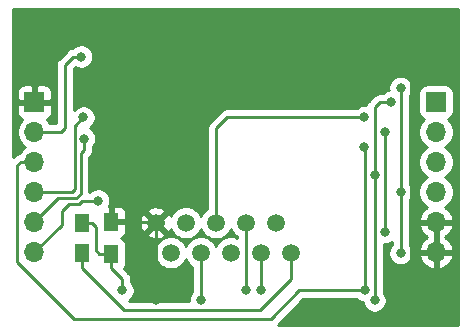
<source format=gbl>
G04 #@! TF.GenerationSoftware,KiCad,Pcbnew,(5.1.6)-1*
G04 #@! TF.CreationDate,2020-10-13T20:46:18+02:00*
G04 #@! TF.ProjectId,MRF89XAM8A_Breakout,4d524638-3958-4414-9d38-415f42726561,rev?*
G04 #@! TF.SameCoordinates,PX4db9760PY4fa1be0*
G04 #@! TF.FileFunction,Copper,L2,Bot*
G04 #@! TF.FilePolarity,Positive*
%FSLAX46Y46*%
G04 Gerber Fmt 4.6, Leading zero omitted, Abs format (unit mm)*
G04 Created by KiCad (PCBNEW (5.1.6)-1) date 2020-10-13 20:46:18*
%MOMM*%
%LPD*%
G01*
G04 APERTURE LIST*
G04 #@! TA.AperFunction,SMDPad,CuDef*
%ADD10R,1.300000X1.500000*%
G04 #@! TD*
G04 #@! TA.AperFunction,SMDPad,CuDef*
%ADD11R,1.250000X1.500000*%
G04 #@! TD*
G04 #@! TA.AperFunction,ComponentPad*
%ADD12C,1.500000*%
G04 #@! TD*
G04 #@! TA.AperFunction,ComponentPad*
%ADD13R,1.700000X1.700000*%
G04 #@! TD*
G04 #@! TA.AperFunction,ComponentPad*
%ADD14O,1.700000X1.700000*%
G04 #@! TD*
G04 #@! TA.AperFunction,ViaPad*
%ADD15C,0.800000*%
G04 #@! TD*
G04 #@! TA.AperFunction,Conductor*
%ADD16C,0.250000*%
G04 #@! TD*
G04 #@! TA.AperFunction,Conductor*
%ADD17C,0.254000*%
G04 #@! TD*
G04 APERTURE END LIST*
D10*
X9000000Y-18650000D03*
X9000000Y-21350000D03*
D11*
X6500000Y-21250000D03*
X6500000Y-18750000D03*
D12*
X14055000Y-21270000D03*
X12785000Y-18730000D03*
X16595000Y-21270000D03*
X15325000Y-18730000D03*
X17865000Y-18730000D03*
X19135000Y-21270000D03*
X20405000Y-18730000D03*
X21675000Y-21270000D03*
X22945000Y-18730000D03*
X24215000Y-21270000D03*
D13*
X2500000Y-8500000D03*
D14*
X2500000Y-11040000D03*
X2500000Y-13580000D03*
X2500000Y-16120000D03*
X2500000Y-18660000D03*
X2500000Y-21200000D03*
D13*
X36500000Y-8500000D03*
D14*
X36500000Y-11040000D03*
X36500000Y-13580000D03*
X36500000Y-16120000D03*
X36500000Y-18660000D03*
X36500000Y-21200000D03*
D15*
X20400000Y-24450000D03*
X9950000Y-24450000D03*
X6450000Y-4650000D03*
X33500000Y-7300000D03*
X33500000Y-21300000D03*
X33500000Y-16100000D03*
X34400000Y-4700000D03*
X12750000Y-25300000D03*
X6450000Y-2150000D03*
X34400000Y-26100000D03*
X32150000Y-11050000D03*
X32150000Y-19500000D03*
X21650000Y-24450000D03*
X30450000Y-24450000D03*
X30440000Y-12310000D03*
X6652000Y-9798000D03*
X30430000Y-9770000D03*
X7900000Y-16850000D03*
X31300000Y-14700000D03*
X16600000Y-25300000D03*
X31300000Y-25300000D03*
X32700000Y-8500000D03*
X6675000Y-11600000D03*
D16*
X20400000Y-18735000D02*
X20405000Y-18730000D01*
X20400000Y-24450000D02*
X20400000Y-18735000D01*
X9000000Y-21350000D02*
X9000000Y-22550000D01*
X9950000Y-23500000D02*
X9950000Y-24450000D01*
X9000000Y-22550000D02*
X9950000Y-23500000D01*
X6500000Y-18750000D02*
X7400000Y-18750000D01*
X7400000Y-18750000D02*
X7700000Y-19050000D01*
X7700000Y-19050000D02*
X7700000Y-21050000D01*
X8000000Y-21350000D02*
X9000000Y-21350000D01*
X7700000Y-21050000D02*
X8000000Y-21350000D01*
X2500000Y-11040000D02*
X4710000Y-11040000D01*
X4710000Y-11040000D02*
X5050000Y-10700000D01*
X5050000Y-10700000D02*
X5050000Y-5400000D01*
X5050000Y-5400000D02*
X5800000Y-4650000D01*
X5800000Y-4650000D02*
X6450000Y-4650000D01*
X24215000Y-23485000D02*
X24215000Y-21270000D01*
X21600000Y-26100000D02*
X24215000Y-23485000D01*
X6500000Y-22550000D02*
X10050000Y-26100000D01*
X10050000Y-26100000D02*
X21600000Y-26100000D01*
X6500000Y-21250000D02*
X6500000Y-22550000D01*
X33500000Y-7300000D02*
X33500000Y-16100000D01*
X33500000Y-16100000D02*
X33500000Y-21300000D01*
X12750000Y-18765000D02*
X12785000Y-18730000D01*
X12750000Y-25300000D02*
X12750000Y-18765000D01*
X12705000Y-18650000D02*
X12785000Y-18730000D01*
X9000000Y-18650000D02*
X12705000Y-18650000D01*
X36500000Y-21200000D02*
X34400000Y-21200000D01*
X34400000Y-21200000D02*
X34400000Y-26100000D01*
X34460000Y-18660000D02*
X34400000Y-18600000D01*
X34400000Y-4700000D02*
X34400000Y-18600000D01*
X36500000Y-18660000D02*
X34460000Y-18660000D01*
X34400000Y-18600000D02*
X34400000Y-21200000D01*
X32150000Y-11050000D02*
X32150000Y-19500000D01*
X21675000Y-21270000D02*
X21675000Y-24425000D01*
X21675000Y-24425000D02*
X21650000Y-24450000D01*
X30450000Y-24450000D02*
X30450000Y-12320000D01*
X30450000Y-12320000D02*
X30440000Y-12310000D01*
X2500000Y-13580000D02*
X1320000Y-13580000D01*
X24900000Y-24450000D02*
X30450000Y-24450000D01*
X1320000Y-13580000D02*
X1050000Y-13850000D01*
X1050000Y-22050000D02*
X5850000Y-26850000D01*
X1050000Y-13850000D02*
X1050000Y-22050000D01*
X22500000Y-26850000D02*
X24900000Y-24450000D01*
X5850000Y-26850000D02*
X22500000Y-26850000D01*
X2500000Y-16120000D02*
X5680000Y-16120000D01*
X5680000Y-16120000D02*
X5950000Y-15850000D01*
X5950000Y-15850000D02*
X5950000Y-10500000D01*
X5950000Y-10500000D02*
X6652000Y-9798000D01*
X17865000Y-10735000D02*
X17865000Y-18730000D01*
X18800000Y-9800000D02*
X17865000Y-10735000D01*
X18830000Y-9770000D02*
X18800000Y-9800000D01*
X30430000Y-9770000D02*
X18830000Y-9770000D01*
X2500000Y-21200000D02*
X4800000Y-18900000D01*
X4800000Y-17700000D02*
X5399990Y-17100010D01*
X4800000Y-18900000D02*
X4800000Y-17700000D01*
X5399990Y-17100010D02*
X6236401Y-17100009D01*
X6236401Y-17100009D02*
X6486410Y-16850000D01*
X6486410Y-16850000D02*
X7900000Y-16850000D01*
X16600000Y-21275000D02*
X16595000Y-21270000D01*
X16595000Y-21270000D02*
X16595000Y-25295000D01*
X16595000Y-25295000D02*
X16600000Y-25300000D01*
X31300000Y-25300000D02*
X31300000Y-14700000D01*
X31300000Y-14700000D02*
X31300000Y-8950000D01*
X31750000Y-8500000D02*
X32700000Y-8500000D01*
X31300000Y-8950000D02*
X31750000Y-8500000D01*
X2500000Y-18660000D02*
X4510000Y-16650000D01*
X4510000Y-16650000D02*
X6050000Y-16650000D01*
X6050000Y-16650000D02*
X6400000Y-16300000D01*
X6400000Y-16300000D02*
X6400000Y-16036410D01*
X6400000Y-16036410D02*
X6400000Y-12850000D01*
X6400000Y-12850000D02*
X6675000Y-12575000D01*
X6675000Y-12575000D02*
X6675000Y-11600000D01*
D17*
G36*
X38340000Y-27340000D02*
G01*
X23084801Y-27340000D01*
X25214802Y-25210000D01*
X29746289Y-25210000D01*
X29790226Y-25253937D01*
X29959744Y-25367205D01*
X30148102Y-25445226D01*
X30278781Y-25471219D01*
X30304774Y-25601898D01*
X30382795Y-25790256D01*
X30496063Y-25959774D01*
X30640226Y-26103937D01*
X30809744Y-26217205D01*
X30998102Y-26295226D01*
X31198061Y-26335000D01*
X31401939Y-26335000D01*
X31601898Y-26295226D01*
X31790256Y-26217205D01*
X31959774Y-26103937D01*
X32103937Y-25959774D01*
X32217205Y-25790256D01*
X32295226Y-25601898D01*
X32335000Y-25401939D01*
X32335000Y-25198061D01*
X32295226Y-24998102D01*
X32217205Y-24809744D01*
X32103937Y-24640226D01*
X32060000Y-24596289D01*
X32060000Y-20535000D01*
X32251939Y-20535000D01*
X32451898Y-20495226D01*
X32640256Y-20417205D01*
X32740001Y-20350558D01*
X32740001Y-20596288D01*
X32696063Y-20640226D01*
X32582795Y-20809744D01*
X32504774Y-20998102D01*
X32465000Y-21198061D01*
X32465000Y-21401939D01*
X32504774Y-21601898D01*
X32582795Y-21790256D01*
X32696063Y-21959774D01*
X32840226Y-22103937D01*
X33009744Y-22217205D01*
X33198102Y-22295226D01*
X33398061Y-22335000D01*
X33601939Y-22335000D01*
X33801898Y-22295226D01*
X33990256Y-22217205D01*
X34159774Y-22103937D01*
X34303937Y-21959774D01*
X34417205Y-21790256D01*
X34495226Y-21601898D01*
X34504178Y-21556890D01*
X35058524Y-21556890D01*
X35103175Y-21704099D01*
X35228359Y-21966920D01*
X35402412Y-22200269D01*
X35618645Y-22395178D01*
X35868748Y-22544157D01*
X36143109Y-22641481D01*
X36373000Y-22520814D01*
X36373000Y-21327000D01*
X36627000Y-21327000D01*
X36627000Y-22520814D01*
X36856891Y-22641481D01*
X37131252Y-22544157D01*
X37381355Y-22395178D01*
X37597588Y-22200269D01*
X37771641Y-21966920D01*
X37896825Y-21704099D01*
X37941476Y-21556890D01*
X37820155Y-21327000D01*
X36627000Y-21327000D01*
X36373000Y-21327000D01*
X35179845Y-21327000D01*
X35058524Y-21556890D01*
X34504178Y-21556890D01*
X34535000Y-21401939D01*
X34535000Y-21198061D01*
X34495226Y-20998102D01*
X34417205Y-20809744D01*
X34303937Y-20640226D01*
X34260000Y-20596289D01*
X34260000Y-19016890D01*
X35058524Y-19016890D01*
X35103175Y-19164099D01*
X35228359Y-19426920D01*
X35402412Y-19660269D01*
X35618645Y-19855178D01*
X35744255Y-19930000D01*
X35618645Y-20004822D01*
X35402412Y-20199731D01*
X35228359Y-20433080D01*
X35103175Y-20695901D01*
X35058524Y-20843110D01*
X35179845Y-21073000D01*
X36373000Y-21073000D01*
X36373000Y-18787000D01*
X36627000Y-18787000D01*
X36627000Y-21073000D01*
X37820155Y-21073000D01*
X37941476Y-20843110D01*
X37896825Y-20695901D01*
X37771641Y-20433080D01*
X37597588Y-20199731D01*
X37381355Y-20004822D01*
X37255745Y-19930000D01*
X37381355Y-19855178D01*
X37597588Y-19660269D01*
X37771641Y-19426920D01*
X37896825Y-19164099D01*
X37941476Y-19016890D01*
X37820155Y-18787000D01*
X36627000Y-18787000D01*
X36373000Y-18787000D01*
X35179845Y-18787000D01*
X35058524Y-19016890D01*
X34260000Y-19016890D01*
X34260000Y-16803711D01*
X34303937Y-16759774D01*
X34417205Y-16590256D01*
X34495226Y-16401898D01*
X34535000Y-16201939D01*
X34535000Y-15998061D01*
X34495226Y-15798102D01*
X34417205Y-15609744D01*
X34303937Y-15440226D01*
X34260000Y-15396289D01*
X34260000Y-8003711D01*
X34303937Y-7959774D01*
X34417205Y-7790256D01*
X34475301Y-7650000D01*
X35011928Y-7650000D01*
X35011928Y-9350000D01*
X35024188Y-9474482D01*
X35060498Y-9594180D01*
X35119463Y-9704494D01*
X35198815Y-9801185D01*
X35295506Y-9880537D01*
X35405820Y-9939502D01*
X35478380Y-9961513D01*
X35346525Y-10093368D01*
X35184010Y-10336589D01*
X35072068Y-10606842D01*
X35015000Y-10893740D01*
X35015000Y-11186260D01*
X35072068Y-11473158D01*
X35184010Y-11743411D01*
X35346525Y-11986632D01*
X35553368Y-12193475D01*
X35727760Y-12310000D01*
X35553368Y-12426525D01*
X35346525Y-12633368D01*
X35184010Y-12876589D01*
X35072068Y-13146842D01*
X35015000Y-13433740D01*
X35015000Y-13726260D01*
X35072068Y-14013158D01*
X35184010Y-14283411D01*
X35346525Y-14526632D01*
X35553368Y-14733475D01*
X35727760Y-14850000D01*
X35553368Y-14966525D01*
X35346525Y-15173368D01*
X35184010Y-15416589D01*
X35072068Y-15686842D01*
X35015000Y-15973740D01*
X35015000Y-16266260D01*
X35072068Y-16553158D01*
X35184010Y-16823411D01*
X35346525Y-17066632D01*
X35553368Y-17273475D01*
X35735534Y-17395195D01*
X35618645Y-17464822D01*
X35402412Y-17659731D01*
X35228359Y-17893080D01*
X35103175Y-18155901D01*
X35058524Y-18303110D01*
X35179845Y-18533000D01*
X36373000Y-18533000D01*
X36373000Y-18513000D01*
X36627000Y-18513000D01*
X36627000Y-18533000D01*
X37820155Y-18533000D01*
X37941476Y-18303110D01*
X37896825Y-18155901D01*
X37771641Y-17893080D01*
X37597588Y-17659731D01*
X37381355Y-17464822D01*
X37264466Y-17395195D01*
X37446632Y-17273475D01*
X37653475Y-17066632D01*
X37815990Y-16823411D01*
X37927932Y-16553158D01*
X37985000Y-16266260D01*
X37985000Y-15973740D01*
X37927932Y-15686842D01*
X37815990Y-15416589D01*
X37653475Y-15173368D01*
X37446632Y-14966525D01*
X37272240Y-14850000D01*
X37446632Y-14733475D01*
X37653475Y-14526632D01*
X37815990Y-14283411D01*
X37927932Y-14013158D01*
X37985000Y-13726260D01*
X37985000Y-13433740D01*
X37927932Y-13146842D01*
X37815990Y-12876589D01*
X37653475Y-12633368D01*
X37446632Y-12426525D01*
X37272240Y-12310000D01*
X37446632Y-12193475D01*
X37653475Y-11986632D01*
X37815990Y-11743411D01*
X37927932Y-11473158D01*
X37985000Y-11186260D01*
X37985000Y-10893740D01*
X37927932Y-10606842D01*
X37815990Y-10336589D01*
X37653475Y-10093368D01*
X37521620Y-9961513D01*
X37594180Y-9939502D01*
X37704494Y-9880537D01*
X37801185Y-9801185D01*
X37880537Y-9704494D01*
X37939502Y-9594180D01*
X37975812Y-9474482D01*
X37988072Y-9350000D01*
X37988072Y-7650000D01*
X37975812Y-7525518D01*
X37939502Y-7405820D01*
X37880537Y-7295506D01*
X37801185Y-7198815D01*
X37704494Y-7119463D01*
X37594180Y-7060498D01*
X37474482Y-7024188D01*
X37350000Y-7011928D01*
X35650000Y-7011928D01*
X35525518Y-7024188D01*
X35405820Y-7060498D01*
X35295506Y-7119463D01*
X35198815Y-7198815D01*
X35119463Y-7295506D01*
X35060498Y-7405820D01*
X35024188Y-7525518D01*
X35011928Y-7650000D01*
X34475301Y-7650000D01*
X34495226Y-7601898D01*
X34535000Y-7401939D01*
X34535000Y-7198061D01*
X34495226Y-6998102D01*
X34417205Y-6809744D01*
X34303937Y-6640226D01*
X34159774Y-6496063D01*
X33990256Y-6382795D01*
X33801898Y-6304774D01*
X33601939Y-6265000D01*
X33398061Y-6265000D01*
X33198102Y-6304774D01*
X33009744Y-6382795D01*
X32840226Y-6496063D01*
X32696063Y-6640226D01*
X32582795Y-6809744D01*
X32504774Y-6998102D01*
X32465000Y-7198061D01*
X32465000Y-7401939D01*
X32482130Y-7488060D01*
X32398102Y-7504774D01*
X32209744Y-7582795D01*
X32040226Y-7696063D01*
X31996289Y-7740000D01*
X31787322Y-7740000D01*
X31749999Y-7736324D01*
X31712676Y-7740000D01*
X31712667Y-7740000D01*
X31601014Y-7750997D01*
X31471592Y-7790256D01*
X31457753Y-7794454D01*
X31325723Y-7865026D01*
X31283146Y-7899969D01*
X31209999Y-7959999D01*
X31186196Y-7989003D01*
X30788998Y-8386201D01*
X30760000Y-8409999D01*
X30736202Y-8438997D01*
X30736201Y-8438998D01*
X30665026Y-8525724D01*
X30594454Y-8657754D01*
X30571023Y-8735000D01*
X30568799Y-8742332D01*
X30531939Y-8735000D01*
X30328061Y-8735000D01*
X30128102Y-8774774D01*
X29939744Y-8852795D01*
X29770226Y-8966063D01*
X29726289Y-9010000D01*
X18867322Y-9010000D01*
X18829999Y-9006324D01*
X18792677Y-9010000D01*
X18792667Y-9010000D01*
X18681014Y-9020997D01*
X18537753Y-9064454D01*
X18405724Y-9135026D01*
X18289999Y-9229999D01*
X18266201Y-9258997D01*
X17354002Y-10171196D01*
X17324999Y-10194999D01*
X17271444Y-10260256D01*
X17230026Y-10310724D01*
X17208490Y-10351015D01*
X17159454Y-10442754D01*
X17115997Y-10586015D01*
X17105000Y-10697668D01*
X17105000Y-10697678D01*
X17101324Y-10735000D01*
X17105000Y-10772322D01*
X17105001Y-17572090D01*
X16982114Y-17654201D01*
X16789201Y-17847114D01*
X16637629Y-18073957D01*
X16595000Y-18176873D01*
X16552371Y-18073957D01*
X16400799Y-17847114D01*
X16207886Y-17654201D01*
X15981043Y-17502629D01*
X15728989Y-17398225D01*
X15461411Y-17345000D01*
X15188589Y-17345000D01*
X14921011Y-17398225D01*
X14668957Y-17502629D01*
X14442114Y-17654201D01*
X14249201Y-17847114D01*
X14097629Y-18073957D01*
X14056489Y-18173279D01*
X14041277Y-18131168D01*
X13980860Y-18018137D01*
X13741993Y-17952612D01*
X12964605Y-18730000D01*
X13741993Y-19507388D01*
X13980860Y-19441863D01*
X14055164Y-19283523D01*
X14097629Y-19386043D01*
X14249201Y-19612886D01*
X14442114Y-19805799D01*
X14668957Y-19957371D01*
X14921011Y-20061775D01*
X15188589Y-20115000D01*
X15461411Y-20115000D01*
X15728989Y-20061775D01*
X15981043Y-19957371D01*
X16207886Y-19805799D01*
X16400799Y-19612886D01*
X16552371Y-19386043D01*
X16595000Y-19283127D01*
X16637629Y-19386043D01*
X16789201Y-19612886D01*
X16982114Y-19805799D01*
X17208957Y-19957371D01*
X17461011Y-20061775D01*
X17728589Y-20115000D01*
X18001411Y-20115000D01*
X18268989Y-20061775D01*
X18521043Y-19957371D01*
X18747886Y-19805799D01*
X18940799Y-19612886D01*
X19092371Y-19386043D01*
X19135000Y-19283127D01*
X19177629Y-19386043D01*
X19329201Y-19612886D01*
X19522114Y-19805799D01*
X19640001Y-19884569D01*
X19640001Y-19980065D01*
X19538989Y-19938225D01*
X19271411Y-19885000D01*
X18998589Y-19885000D01*
X18731011Y-19938225D01*
X18478957Y-20042629D01*
X18252114Y-20194201D01*
X18059201Y-20387114D01*
X17907629Y-20613957D01*
X17865000Y-20716873D01*
X17822371Y-20613957D01*
X17670799Y-20387114D01*
X17477886Y-20194201D01*
X17251043Y-20042629D01*
X16998989Y-19938225D01*
X16731411Y-19885000D01*
X16458589Y-19885000D01*
X16191011Y-19938225D01*
X15938957Y-20042629D01*
X15712114Y-20194201D01*
X15519201Y-20387114D01*
X15367629Y-20613957D01*
X15325000Y-20716873D01*
X15282371Y-20613957D01*
X15130799Y-20387114D01*
X14937886Y-20194201D01*
X14711043Y-20042629D01*
X14458989Y-19938225D01*
X14191411Y-19885000D01*
X13918589Y-19885000D01*
X13651011Y-19938225D01*
X13398957Y-20042629D01*
X13172114Y-20194201D01*
X12979201Y-20387114D01*
X12827629Y-20613957D01*
X12723225Y-20866011D01*
X12670000Y-21133589D01*
X12670000Y-21406411D01*
X12723225Y-21673989D01*
X12827629Y-21926043D01*
X12979201Y-22152886D01*
X13172114Y-22345799D01*
X13398957Y-22497371D01*
X13651011Y-22601775D01*
X13918589Y-22655000D01*
X14191411Y-22655000D01*
X14458989Y-22601775D01*
X14711043Y-22497371D01*
X14937886Y-22345799D01*
X15130799Y-22152886D01*
X15282371Y-21926043D01*
X15325000Y-21823127D01*
X15367629Y-21926043D01*
X15519201Y-22152886D01*
X15712114Y-22345799D01*
X15835000Y-22427909D01*
X15835001Y-24601288D01*
X15796063Y-24640226D01*
X15682795Y-24809744D01*
X15604774Y-24998102D01*
X15565000Y-25198061D01*
X15565000Y-25340000D01*
X10480971Y-25340000D01*
X10609774Y-25253937D01*
X10753937Y-25109774D01*
X10867205Y-24940256D01*
X10945226Y-24751898D01*
X10985000Y-24551939D01*
X10985000Y-24348061D01*
X10945226Y-24148102D01*
X10867205Y-23959744D01*
X10753937Y-23790226D01*
X10710000Y-23746289D01*
X10710000Y-23537323D01*
X10713676Y-23500000D01*
X10710000Y-23462677D01*
X10710000Y-23462667D01*
X10699003Y-23351014D01*
X10655546Y-23207753D01*
X10643370Y-23184974D01*
X10584974Y-23075723D01*
X10513799Y-22988997D01*
X10490001Y-22959999D01*
X10461004Y-22936202D01*
X10087345Y-22562543D01*
X10101185Y-22551185D01*
X10180537Y-22454494D01*
X10239502Y-22344180D01*
X10275812Y-22224482D01*
X10288072Y-22100000D01*
X10288072Y-20600000D01*
X10275812Y-20475518D01*
X10239502Y-20355820D01*
X10180537Y-20245506D01*
X10101185Y-20148815D01*
X10004494Y-20069463D01*
X9894180Y-20010498D01*
X9859573Y-20000000D01*
X9894180Y-19989502D01*
X10004494Y-19930537D01*
X10101185Y-19851185D01*
X10180537Y-19754494D01*
X10216617Y-19686993D01*
X12007612Y-19686993D01*
X12073137Y-19925860D01*
X12320116Y-20041760D01*
X12584960Y-20107250D01*
X12857492Y-20119812D01*
X13127238Y-20078965D01*
X13383832Y-19986277D01*
X13496863Y-19925860D01*
X13562388Y-19686993D01*
X12785000Y-18909605D01*
X12007612Y-19686993D01*
X10216617Y-19686993D01*
X10239502Y-19644180D01*
X10275812Y-19524482D01*
X10288072Y-19400000D01*
X10285000Y-18935750D01*
X10151742Y-18802492D01*
X11395188Y-18802492D01*
X11436035Y-19072238D01*
X11528723Y-19328832D01*
X11589140Y-19441863D01*
X11828007Y-19507388D01*
X12605395Y-18730000D01*
X11828007Y-17952612D01*
X11589140Y-18018137D01*
X11473240Y-18265116D01*
X11407750Y-18529960D01*
X11395188Y-18802492D01*
X10151742Y-18802492D01*
X10126250Y-18777000D01*
X9127000Y-18777000D01*
X9127000Y-18797000D01*
X8873000Y-18797000D01*
X8873000Y-18777000D01*
X8853000Y-18777000D01*
X8853000Y-18523000D01*
X8873000Y-18523000D01*
X8873000Y-17423750D01*
X9127000Y-17423750D01*
X9127000Y-18523000D01*
X10126250Y-18523000D01*
X10285000Y-18364250D01*
X10288072Y-17900000D01*
X10275812Y-17775518D01*
X10275051Y-17773007D01*
X12007612Y-17773007D01*
X12785000Y-18550395D01*
X13562388Y-17773007D01*
X13496863Y-17534140D01*
X13249884Y-17418240D01*
X12985040Y-17352750D01*
X12712508Y-17340188D01*
X12442762Y-17381035D01*
X12186168Y-17473723D01*
X12073137Y-17534140D01*
X12007612Y-17773007D01*
X10275051Y-17773007D01*
X10239502Y-17655820D01*
X10180537Y-17545506D01*
X10101185Y-17448815D01*
X10004494Y-17369463D01*
X9894180Y-17310498D01*
X9774482Y-17274188D01*
X9650000Y-17261928D01*
X9285750Y-17265000D01*
X9127000Y-17423750D01*
X8873000Y-17423750D01*
X8806110Y-17356860D01*
X8817205Y-17340256D01*
X8895226Y-17151898D01*
X8935000Y-16951939D01*
X8935000Y-16748061D01*
X8895226Y-16548102D01*
X8817205Y-16359744D01*
X8703937Y-16190226D01*
X8559774Y-16046063D01*
X8390256Y-15932795D01*
X8201898Y-15854774D01*
X8001939Y-15815000D01*
X7798061Y-15815000D01*
X7598102Y-15854774D01*
X7409744Y-15932795D01*
X7240226Y-16046063D01*
X7196289Y-16090000D01*
X7160000Y-16090000D01*
X7160000Y-13164801D01*
X7185998Y-13138803D01*
X7215001Y-13115001D01*
X7309974Y-12999276D01*
X7380546Y-12867247D01*
X7424003Y-12723986D01*
X7435000Y-12612333D01*
X7435000Y-12612325D01*
X7438676Y-12575000D01*
X7435000Y-12537675D01*
X7435000Y-12303711D01*
X7478937Y-12259774D01*
X7592205Y-12090256D01*
X7670226Y-11901898D01*
X7710000Y-11701939D01*
X7710000Y-11498061D01*
X7670226Y-11298102D01*
X7592205Y-11109744D01*
X7478937Y-10940226D01*
X7334774Y-10796063D01*
X7178009Y-10691316D01*
X7311774Y-10601937D01*
X7455937Y-10457774D01*
X7569205Y-10288256D01*
X7647226Y-10099898D01*
X7687000Y-9899939D01*
X7687000Y-9696061D01*
X7647226Y-9496102D01*
X7569205Y-9307744D01*
X7455937Y-9138226D01*
X7311774Y-8994063D01*
X7142256Y-8880795D01*
X6953898Y-8802774D01*
X6753939Y-8763000D01*
X6550061Y-8763000D01*
X6350102Y-8802774D01*
X6161744Y-8880795D01*
X5992226Y-8994063D01*
X5848063Y-9138226D01*
X5810000Y-9195191D01*
X5810000Y-5714801D01*
X5958457Y-5566345D01*
X5959744Y-5567205D01*
X6148102Y-5645226D01*
X6348061Y-5685000D01*
X6551939Y-5685000D01*
X6751898Y-5645226D01*
X6940256Y-5567205D01*
X7109774Y-5453937D01*
X7253937Y-5309774D01*
X7367205Y-5140256D01*
X7445226Y-4951898D01*
X7485000Y-4751939D01*
X7485000Y-4548061D01*
X7445226Y-4348102D01*
X7367205Y-4159744D01*
X7253937Y-3990226D01*
X7109774Y-3846063D01*
X6940256Y-3732795D01*
X6751898Y-3654774D01*
X6551939Y-3615000D01*
X6348061Y-3615000D01*
X6148102Y-3654774D01*
X5959744Y-3732795D01*
X5790226Y-3846063D01*
X5744500Y-3891789D01*
X5651014Y-3900997D01*
X5507753Y-3944454D01*
X5375724Y-4015026D01*
X5259999Y-4109999D01*
X5236201Y-4138998D01*
X4538998Y-4836201D01*
X4510000Y-4859999D01*
X4486202Y-4888997D01*
X4486201Y-4888998D01*
X4415026Y-4975724D01*
X4344454Y-5107754D01*
X4300998Y-5251015D01*
X4286324Y-5400000D01*
X4290001Y-5437332D01*
X4290000Y-10280000D01*
X3778178Y-10280000D01*
X3653475Y-10093368D01*
X3521620Y-9961513D01*
X3594180Y-9939502D01*
X3704494Y-9880537D01*
X3801185Y-9801185D01*
X3880537Y-9704494D01*
X3939502Y-9594180D01*
X3975812Y-9474482D01*
X3988072Y-9350000D01*
X3985000Y-8785750D01*
X3826250Y-8627000D01*
X2627000Y-8627000D01*
X2627000Y-8647000D01*
X2373000Y-8647000D01*
X2373000Y-8627000D01*
X1173750Y-8627000D01*
X1015000Y-8785750D01*
X1011928Y-9350000D01*
X1024188Y-9474482D01*
X1060498Y-9594180D01*
X1119463Y-9704494D01*
X1198815Y-9801185D01*
X1295506Y-9880537D01*
X1405820Y-9939502D01*
X1478380Y-9961513D01*
X1346525Y-10093368D01*
X1184010Y-10336589D01*
X1072068Y-10606842D01*
X1015000Y-10893740D01*
X1015000Y-11186260D01*
X1072068Y-11473158D01*
X1184010Y-11743411D01*
X1346525Y-11986632D01*
X1553368Y-12193475D01*
X1727760Y-12310000D01*
X1553368Y-12426525D01*
X1346525Y-12633368D01*
X1217535Y-12826415D01*
X1171014Y-12830997D01*
X1027753Y-12874454D01*
X895724Y-12945026D01*
X779999Y-13039999D01*
X756197Y-13069002D01*
X660000Y-13165199D01*
X660000Y-7650000D01*
X1011928Y-7650000D01*
X1015000Y-8214250D01*
X1173750Y-8373000D01*
X2373000Y-8373000D01*
X2373000Y-7173750D01*
X2627000Y-7173750D01*
X2627000Y-8373000D01*
X3826250Y-8373000D01*
X3985000Y-8214250D01*
X3988072Y-7650000D01*
X3975812Y-7525518D01*
X3939502Y-7405820D01*
X3880537Y-7295506D01*
X3801185Y-7198815D01*
X3704494Y-7119463D01*
X3594180Y-7060498D01*
X3474482Y-7024188D01*
X3350000Y-7011928D01*
X2785750Y-7015000D01*
X2627000Y-7173750D01*
X2373000Y-7173750D01*
X2214250Y-7015000D01*
X1650000Y-7011928D01*
X1525518Y-7024188D01*
X1405820Y-7060498D01*
X1295506Y-7119463D01*
X1198815Y-7198815D01*
X1119463Y-7295506D01*
X1060498Y-7405820D01*
X1024188Y-7525518D01*
X1011928Y-7650000D01*
X660000Y-7650000D01*
X660000Y-660000D01*
X38340001Y-660000D01*
X38340000Y-27340000D01*
G37*
X38340000Y-27340000D02*
X23084801Y-27340000D01*
X25214802Y-25210000D01*
X29746289Y-25210000D01*
X29790226Y-25253937D01*
X29959744Y-25367205D01*
X30148102Y-25445226D01*
X30278781Y-25471219D01*
X30304774Y-25601898D01*
X30382795Y-25790256D01*
X30496063Y-25959774D01*
X30640226Y-26103937D01*
X30809744Y-26217205D01*
X30998102Y-26295226D01*
X31198061Y-26335000D01*
X31401939Y-26335000D01*
X31601898Y-26295226D01*
X31790256Y-26217205D01*
X31959774Y-26103937D01*
X32103937Y-25959774D01*
X32217205Y-25790256D01*
X32295226Y-25601898D01*
X32335000Y-25401939D01*
X32335000Y-25198061D01*
X32295226Y-24998102D01*
X32217205Y-24809744D01*
X32103937Y-24640226D01*
X32060000Y-24596289D01*
X32060000Y-20535000D01*
X32251939Y-20535000D01*
X32451898Y-20495226D01*
X32640256Y-20417205D01*
X32740001Y-20350558D01*
X32740001Y-20596288D01*
X32696063Y-20640226D01*
X32582795Y-20809744D01*
X32504774Y-20998102D01*
X32465000Y-21198061D01*
X32465000Y-21401939D01*
X32504774Y-21601898D01*
X32582795Y-21790256D01*
X32696063Y-21959774D01*
X32840226Y-22103937D01*
X33009744Y-22217205D01*
X33198102Y-22295226D01*
X33398061Y-22335000D01*
X33601939Y-22335000D01*
X33801898Y-22295226D01*
X33990256Y-22217205D01*
X34159774Y-22103937D01*
X34303937Y-21959774D01*
X34417205Y-21790256D01*
X34495226Y-21601898D01*
X34504178Y-21556890D01*
X35058524Y-21556890D01*
X35103175Y-21704099D01*
X35228359Y-21966920D01*
X35402412Y-22200269D01*
X35618645Y-22395178D01*
X35868748Y-22544157D01*
X36143109Y-22641481D01*
X36373000Y-22520814D01*
X36373000Y-21327000D01*
X36627000Y-21327000D01*
X36627000Y-22520814D01*
X36856891Y-22641481D01*
X37131252Y-22544157D01*
X37381355Y-22395178D01*
X37597588Y-22200269D01*
X37771641Y-21966920D01*
X37896825Y-21704099D01*
X37941476Y-21556890D01*
X37820155Y-21327000D01*
X36627000Y-21327000D01*
X36373000Y-21327000D01*
X35179845Y-21327000D01*
X35058524Y-21556890D01*
X34504178Y-21556890D01*
X34535000Y-21401939D01*
X34535000Y-21198061D01*
X34495226Y-20998102D01*
X34417205Y-20809744D01*
X34303937Y-20640226D01*
X34260000Y-20596289D01*
X34260000Y-19016890D01*
X35058524Y-19016890D01*
X35103175Y-19164099D01*
X35228359Y-19426920D01*
X35402412Y-19660269D01*
X35618645Y-19855178D01*
X35744255Y-19930000D01*
X35618645Y-20004822D01*
X35402412Y-20199731D01*
X35228359Y-20433080D01*
X35103175Y-20695901D01*
X35058524Y-20843110D01*
X35179845Y-21073000D01*
X36373000Y-21073000D01*
X36373000Y-18787000D01*
X36627000Y-18787000D01*
X36627000Y-21073000D01*
X37820155Y-21073000D01*
X37941476Y-20843110D01*
X37896825Y-20695901D01*
X37771641Y-20433080D01*
X37597588Y-20199731D01*
X37381355Y-20004822D01*
X37255745Y-19930000D01*
X37381355Y-19855178D01*
X37597588Y-19660269D01*
X37771641Y-19426920D01*
X37896825Y-19164099D01*
X37941476Y-19016890D01*
X37820155Y-18787000D01*
X36627000Y-18787000D01*
X36373000Y-18787000D01*
X35179845Y-18787000D01*
X35058524Y-19016890D01*
X34260000Y-19016890D01*
X34260000Y-16803711D01*
X34303937Y-16759774D01*
X34417205Y-16590256D01*
X34495226Y-16401898D01*
X34535000Y-16201939D01*
X34535000Y-15998061D01*
X34495226Y-15798102D01*
X34417205Y-15609744D01*
X34303937Y-15440226D01*
X34260000Y-15396289D01*
X34260000Y-8003711D01*
X34303937Y-7959774D01*
X34417205Y-7790256D01*
X34475301Y-7650000D01*
X35011928Y-7650000D01*
X35011928Y-9350000D01*
X35024188Y-9474482D01*
X35060498Y-9594180D01*
X35119463Y-9704494D01*
X35198815Y-9801185D01*
X35295506Y-9880537D01*
X35405820Y-9939502D01*
X35478380Y-9961513D01*
X35346525Y-10093368D01*
X35184010Y-10336589D01*
X35072068Y-10606842D01*
X35015000Y-10893740D01*
X35015000Y-11186260D01*
X35072068Y-11473158D01*
X35184010Y-11743411D01*
X35346525Y-11986632D01*
X35553368Y-12193475D01*
X35727760Y-12310000D01*
X35553368Y-12426525D01*
X35346525Y-12633368D01*
X35184010Y-12876589D01*
X35072068Y-13146842D01*
X35015000Y-13433740D01*
X35015000Y-13726260D01*
X35072068Y-14013158D01*
X35184010Y-14283411D01*
X35346525Y-14526632D01*
X35553368Y-14733475D01*
X35727760Y-14850000D01*
X35553368Y-14966525D01*
X35346525Y-15173368D01*
X35184010Y-15416589D01*
X35072068Y-15686842D01*
X35015000Y-15973740D01*
X35015000Y-16266260D01*
X35072068Y-16553158D01*
X35184010Y-16823411D01*
X35346525Y-17066632D01*
X35553368Y-17273475D01*
X35735534Y-17395195D01*
X35618645Y-17464822D01*
X35402412Y-17659731D01*
X35228359Y-17893080D01*
X35103175Y-18155901D01*
X35058524Y-18303110D01*
X35179845Y-18533000D01*
X36373000Y-18533000D01*
X36373000Y-18513000D01*
X36627000Y-18513000D01*
X36627000Y-18533000D01*
X37820155Y-18533000D01*
X37941476Y-18303110D01*
X37896825Y-18155901D01*
X37771641Y-17893080D01*
X37597588Y-17659731D01*
X37381355Y-17464822D01*
X37264466Y-17395195D01*
X37446632Y-17273475D01*
X37653475Y-17066632D01*
X37815990Y-16823411D01*
X37927932Y-16553158D01*
X37985000Y-16266260D01*
X37985000Y-15973740D01*
X37927932Y-15686842D01*
X37815990Y-15416589D01*
X37653475Y-15173368D01*
X37446632Y-14966525D01*
X37272240Y-14850000D01*
X37446632Y-14733475D01*
X37653475Y-14526632D01*
X37815990Y-14283411D01*
X37927932Y-14013158D01*
X37985000Y-13726260D01*
X37985000Y-13433740D01*
X37927932Y-13146842D01*
X37815990Y-12876589D01*
X37653475Y-12633368D01*
X37446632Y-12426525D01*
X37272240Y-12310000D01*
X37446632Y-12193475D01*
X37653475Y-11986632D01*
X37815990Y-11743411D01*
X37927932Y-11473158D01*
X37985000Y-11186260D01*
X37985000Y-10893740D01*
X37927932Y-10606842D01*
X37815990Y-10336589D01*
X37653475Y-10093368D01*
X37521620Y-9961513D01*
X37594180Y-9939502D01*
X37704494Y-9880537D01*
X37801185Y-9801185D01*
X37880537Y-9704494D01*
X37939502Y-9594180D01*
X37975812Y-9474482D01*
X37988072Y-9350000D01*
X37988072Y-7650000D01*
X37975812Y-7525518D01*
X37939502Y-7405820D01*
X37880537Y-7295506D01*
X37801185Y-7198815D01*
X37704494Y-7119463D01*
X37594180Y-7060498D01*
X37474482Y-7024188D01*
X37350000Y-7011928D01*
X35650000Y-7011928D01*
X35525518Y-7024188D01*
X35405820Y-7060498D01*
X35295506Y-7119463D01*
X35198815Y-7198815D01*
X35119463Y-7295506D01*
X35060498Y-7405820D01*
X35024188Y-7525518D01*
X35011928Y-7650000D01*
X34475301Y-7650000D01*
X34495226Y-7601898D01*
X34535000Y-7401939D01*
X34535000Y-7198061D01*
X34495226Y-6998102D01*
X34417205Y-6809744D01*
X34303937Y-6640226D01*
X34159774Y-6496063D01*
X33990256Y-6382795D01*
X33801898Y-6304774D01*
X33601939Y-6265000D01*
X33398061Y-6265000D01*
X33198102Y-6304774D01*
X33009744Y-6382795D01*
X32840226Y-6496063D01*
X32696063Y-6640226D01*
X32582795Y-6809744D01*
X32504774Y-6998102D01*
X32465000Y-7198061D01*
X32465000Y-7401939D01*
X32482130Y-7488060D01*
X32398102Y-7504774D01*
X32209744Y-7582795D01*
X32040226Y-7696063D01*
X31996289Y-7740000D01*
X31787322Y-7740000D01*
X31749999Y-7736324D01*
X31712676Y-7740000D01*
X31712667Y-7740000D01*
X31601014Y-7750997D01*
X31471592Y-7790256D01*
X31457753Y-7794454D01*
X31325723Y-7865026D01*
X31283146Y-7899969D01*
X31209999Y-7959999D01*
X31186196Y-7989003D01*
X30788998Y-8386201D01*
X30760000Y-8409999D01*
X30736202Y-8438997D01*
X30736201Y-8438998D01*
X30665026Y-8525724D01*
X30594454Y-8657754D01*
X30571023Y-8735000D01*
X30568799Y-8742332D01*
X30531939Y-8735000D01*
X30328061Y-8735000D01*
X30128102Y-8774774D01*
X29939744Y-8852795D01*
X29770226Y-8966063D01*
X29726289Y-9010000D01*
X18867322Y-9010000D01*
X18829999Y-9006324D01*
X18792677Y-9010000D01*
X18792667Y-9010000D01*
X18681014Y-9020997D01*
X18537753Y-9064454D01*
X18405724Y-9135026D01*
X18289999Y-9229999D01*
X18266201Y-9258997D01*
X17354002Y-10171196D01*
X17324999Y-10194999D01*
X17271444Y-10260256D01*
X17230026Y-10310724D01*
X17208490Y-10351015D01*
X17159454Y-10442754D01*
X17115997Y-10586015D01*
X17105000Y-10697668D01*
X17105000Y-10697678D01*
X17101324Y-10735000D01*
X17105000Y-10772322D01*
X17105001Y-17572090D01*
X16982114Y-17654201D01*
X16789201Y-17847114D01*
X16637629Y-18073957D01*
X16595000Y-18176873D01*
X16552371Y-18073957D01*
X16400799Y-17847114D01*
X16207886Y-17654201D01*
X15981043Y-17502629D01*
X15728989Y-17398225D01*
X15461411Y-17345000D01*
X15188589Y-17345000D01*
X14921011Y-17398225D01*
X14668957Y-17502629D01*
X14442114Y-17654201D01*
X14249201Y-17847114D01*
X14097629Y-18073957D01*
X14056489Y-18173279D01*
X14041277Y-18131168D01*
X13980860Y-18018137D01*
X13741993Y-17952612D01*
X12964605Y-18730000D01*
X13741993Y-19507388D01*
X13980860Y-19441863D01*
X14055164Y-19283523D01*
X14097629Y-19386043D01*
X14249201Y-19612886D01*
X14442114Y-19805799D01*
X14668957Y-19957371D01*
X14921011Y-20061775D01*
X15188589Y-20115000D01*
X15461411Y-20115000D01*
X15728989Y-20061775D01*
X15981043Y-19957371D01*
X16207886Y-19805799D01*
X16400799Y-19612886D01*
X16552371Y-19386043D01*
X16595000Y-19283127D01*
X16637629Y-19386043D01*
X16789201Y-19612886D01*
X16982114Y-19805799D01*
X17208957Y-19957371D01*
X17461011Y-20061775D01*
X17728589Y-20115000D01*
X18001411Y-20115000D01*
X18268989Y-20061775D01*
X18521043Y-19957371D01*
X18747886Y-19805799D01*
X18940799Y-19612886D01*
X19092371Y-19386043D01*
X19135000Y-19283127D01*
X19177629Y-19386043D01*
X19329201Y-19612886D01*
X19522114Y-19805799D01*
X19640001Y-19884569D01*
X19640001Y-19980065D01*
X19538989Y-19938225D01*
X19271411Y-19885000D01*
X18998589Y-19885000D01*
X18731011Y-19938225D01*
X18478957Y-20042629D01*
X18252114Y-20194201D01*
X18059201Y-20387114D01*
X17907629Y-20613957D01*
X17865000Y-20716873D01*
X17822371Y-20613957D01*
X17670799Y-20387114D01*
X17477886Y-20194201D01*
X17251043Y-20042629D01*
X16998989Y-19938225D01*
X16731411Y-19885000D01*
X16458589Y-19885000D01*
X16191011Y-19938225D01*
X15938957Y-20042629D01*
X15712114Y-20194201D01*
X15519201Y-20387114D01*
X15367629Y-20613957D01*
X15325000Y-20716873D01*
X15282371Y-20613957D01*
X15130799Y-20387114D01*
X14937886Y-20194201D01*
X14711043Y-20042629D01*
X14458989Y-19938225D01*
X14191411Y-19885000D01*
X13918589Y-19885000D01*
X13651011Y-19938225D01*
X13398957Y-20042629D01*
X13172114Y-20194201D01*
X12979201Y-20387114D01*
X12827629Y-20613957D01*
X12723225Y-20866011D01*
X12670000Y-21133589D01*
X12670000Y-21406411D01*
X12723225Y-21673989D01*
X12827629Y-21926043D01*
X12979201Y-22152886D01*
X13172114Y-22345799D01*
X13398957Y-22497371D01*
X13651011Y-22601775D01*
X13918589Y-22655000D01*
X14191411Y-22655000D01*
X14458989Y-22601775D01*
X14711043Y-22497371D01*
X14937886Y-22345799D01*
X15130799Y-22152886D01*
X15282371Y-21926043D01*
X15325000Y-21823127D01*
X15367629Y-21926043D01*
X15519201Y-22152886D01*
X15712114Y-22345799D01*
X15835000Y-22427909D01*
X15835001Y-24601288D01*
X15796063Y-24640226D01*
X15682795Y-24809744D01*
X15604774Y-24998102D01*
X15565000Y-25198061D01*
X15565000Y-25340000D01*
X10480971Y-25340000D01*
X10609774Y-25253937D01*
X10753937Y-25109774D01*
X10867205Y-24940256D01*
X10945226Y-24751898D01*
X10985000Y-24551939D01*
X10985000Y-24348061D01*
X10945226Y-24148102D01*
X10867205Y-23959744D01*
X10753937Y-23790226D01*
X10710000Y-23746289D01*
X10710000Y-23537323D01*
X10713676Y-23500000D01*
X10710000Y-23462677D01*
X10710000Y-23462667D01*
X10699003Y-23351014D01*
X10655546Y-23207753D01*
X10643370Y-23184974D01*
X10584974Y-23075723D01*
X10513799Y-22988997D01*
X10490001Y-22959999D01*
X10461004Y-22936202D01*
X10087345Y-22562543D01*
X10101185Y-22551185D01*
X10180537Y-22454494D01*
X10239502Y-22344180D01*
X10275812Y-22224482D01*
X10288072Y-22100000D01*
X10288072Y-20600000D01*
X10275812Y-20475518D01*
X10239502Y-20355820D01*
X10180537Y-20245506D01*
X10101185Y-20148815D01*
X10004494Y-20069463D01*
X9894180Y-20010498D01*
X9859573Y-20000000D01*
X9894180Y-19989502D01*
X10004494Y-19930537D01*
X10101185Y-19851185D01*
X10180537Y-19754494D01*
X10216617Y-19686993D01*
X12007612Y-19686993D01*
X12073137Y-19925860D01*
X12320116Y-20041760D01*
X12584960Y-20107250D01*
X12857492Y-20119812D01*
X13127238Y-20078965D01*
X13383832Y-19986277D01*
X13496863Y-19925860D01*
X13562388Y-19686993D01*
X12785000Y-18909605D01*
X12007612Y-19686993D01*
X10216617Y-19686993D01*
X10239502Y-19644180D01*
X10275812Y-19524482D01*
X10288072Y-19400000D01*
X10285000Y-18935750D01*
X10151742Y-18802492D01*
X11395188Y-18802492D01*
X11436035Y-19072238D01*
X11528723Y-19328832D01*
X11589140Y-19441863D01*
X11828007Y-19507388D01*
X12605395Y-18730000D01*
X11828007Y-17952612D01*
X11589140Y-18018137D01*
X11473240Y-18265116D01*
X11407750Y-18529960D01*
X11395188Y-18802492D01*
X10151742Y-18802492D01*
X10126250Y-18777000D01*
X9127000Y-18777000D01*
X9127000Y-18797000D01*
X8873000Y-18797000D01*
X8873000Y-18777000D01*
X8853000Y-18777000D01*
X8853000Y-18523000D01*
X8873000Y-18523000D01*
X8873000Y-17423750D01*
X9127000Y-17423750D01*
X9127000Y-18523000D01*
X10126250Y-18523000D01*
X10285000Y-18364250D01*
X10288072Y-17900000D01*
X10275812Y-17775518D01*
X10275051Y-17773007D01*
X12007612Y-17773007D01*
X12785000Y-18550395D01*
X13562388Y-17773007D01*
X13496863Y-17534140D01*
X13249884Y-17418240D01*
X12985040Y-17352750D01*
X12712508Y-17340188D01*
X12442762Y-17381035D01*
X12186168Y-17473723D01*
X12073137Y-17534140D01*
X12007612Y-17773007D01*
X10275051Y-17773007D01*
X10239502Y-17655820D01*
X10180537Y-17545506D01*
X10101185Y-17448815D01*
X10004494Y-17369463D01*
X9894180Y-17310498D01*
X9774482Y-17274188D01*
X9650000Y-17261928D01*
X9285750Y-17265000D01*
X9127000Y-17423750D01*
X8873000Y-17423750D01*
X8806110Y-17356860D01*
X8817205Y-17340256D01*
X8895226Y-17151898D01*
X8935000Y-16951939D01*
X8935000Y-16748061D01*
X8895226Y-16548102D01*
X8817205Y-16359744D01*
X8703937Y-16190226D01*
X8559774Y-16046063D01*
X8390256Y-15932795D01*
X8201898Y-15854774D01*
X8001939Y-15815000D01*
X7798061Y-15815000D01*
X7598102Y-15854774D01*
X7409744Y-15932795D01*
X7240226Y-16046063D01*
X7196289Y-16090000D01*
X7160000Y-16090000D01*
X7160000Y-13164801D01*
X7185998Y-13138803D01*
X7215001Y-13115001D01*
X7309974Y-12999276D01*
X7380546Y-12867247D01*
X7424003Y-12723986D01*
X7435000Y-12612333D01*
X7435000Y-12612325D01*
X7438676Y-12575000D01*
X7435000Y-12537675D01*
X7435000Y-12303711D01*
X7478937Y-12259774D01*
X7592205Y-12090256D01*
X7670226Y-11901898D01*
X7710000Y-11701939D01*
X7710000Y-11498061D01*
X7670226Y-11298102D01*
X7592205Y-11109744D01*
X7478937Y-10940226D01*
X7334774Y-10796063D01*
X7178009Y-10691316D01*
X7311774Y-10601937D01*
X7455937Y-10457774D01*
X7569205Y-10288256D01*
X7647226Y-10099898D01*
X7687000Y-9899939D01*
X7687000Y-9696061D01*
X7647226Y-9496102D01*
X7569205Y-9307744D01*
X7455937Y-9138226D01*
X7311774Y-8994063D01*
X7142256Y-8880795D01*
X6953898Y-8802774D01*
X6753939Y-8763000D01*
X6550061Y-8763000D01*
X6350102Y-8802774D01*
X6161744Y-8880795D01*
X5992226Y-8994063D01*
X5848063Y-9138226D01*
X5810000Y-9195191D01*
X5810000Y-5714801D01*
X5958457Y-5566345D01*
X5959744Y-5567205D01*
X6148102Y-5645226D01*
X6348061Y-5685000D01*
X6551939Y-5685000D01*
X6751898Y-5645226D01*
X6940256Y-5567205D01*
X7109774Y-5453937D01*
X7253937Y-5309774D01*
X7367205Y-5140256D01*
X7445226Y-4951898D01*
X7485000Y-4751939D01*
X7485000Y-4548061D01*
X7445226Y-4348102D01*
X7367205Y-4159744D01*
X7253937Y-3990226D01*
X7109774Y-3846063D01*
X6940256Y-3732795D01*
X6751898Y-3654774D01*
X6551939Y-3615000D01*
X6348061Y-3615000D01*
X6148102Y-3654774D01*
X5959744Y-3732795D01*
X5790226Y-3846063D01*
X5744500Y-3891789D01*
X5651014Y-3900997D01*
X5507753Y-3944454D01*
X5375724Y-4015026D01*
X5259999Y-4109999D01*
X5236201Y-4138998D01*
X4538998Y-4836201D01*
X4510000Y-4859999D01*
X4486202Y-4888997D01*
X4486201Y-4888998D01*
X4415026Y-4975724D01*
X4344454Y-5107754D01*
X4300998Y-5251015D01*
X4286324Y-5400000D01*
X4290001Y-5437332D01*
X4290000Y-10280000D01*
X3778178Y-10280000D01*
X3653475Y-10093368D01*
X3521620Y-9961513D01*
X3594180Y-9939502D01*
X3704494Y-9880537D01*
X3801185Y-9801185D01*
X3880537Y-9704494D01*
X3939502Y-9594180D01*
X3975812Y-9474482D01*
X3988072Y-9350000D01*
X3985000Y-8785750D01*
X3826250Y-8627000D01*
X2627000Y-8627000D01*
X2627000Y-8647000D01*
X2373000Y-8647000D01*
X2373000Y-8627000D01*
X1173750Y-8627000D01*
X1015000Y-8785750D01*
X1011928Y-9350000D01*
X1024188Y-9474482D01*
X1060498Y-9594180D01*
X1119463Y-9704494D01*
X1198815Y-9801185D01*
X1295506Y-9880537D01*
X1405820Y-9939502D01*
X1478380Y-9961513D01*
X1346525Y-10093368D01*
X1184010Y-10336589D01*
X1072068Y-10606842D01*
X1015000Y-10893740D01*
X1015000Y-11186260D01*
X1072068Y-11473158D01*
X1184010Y-11743411D01*
X1346525Y-11986632D01*
X1553368Y-12193475D01*
X1727760Y-12310000D01*
X1553368Y-12426525D01*
X1346525Y-12633368D01*
X1217535Y-12826415D01*
X1171014Y-12830997D01*
X1027753Y-12874454D01*
X895724Y-12945026D01*
X779999Y-13039999D01*
X756197Y-13069002D01*
X660000Y-13165199D01*
X660000Y-7650000D01*
X1011928Y-7650000D01*
X1015000Y-8214250D01*
X1173750Y-8373000D01*
X2373000Y-8373000D01*
X2373000Y-7173750D01*
X2627000Y-7173750D01*
X2627000Y-8373000D01*
X3826250Y-8373000D01*
X3985000Y-8214250D01*
X3988072Y-7650000D01*
X3975812Y-7525518D01*
X3939502Y-7405820D01*
X3880537Y-7295506D01*
X3801185Y-7198815D01*
X3704494Y-7119463D01*
X3594180Y-7060498D01*
X3474482Y-7024188D01*
X3350000Y-7011928D01*
X2785750Y-7015000D01*
X2627000Y-7173750D01*
X2373000Y-7173750D01*
X2214250Y-7015000D01*
X1650000Y-7011928D01*
X1525518Y-7024188D01*
X1405820Y-7060498D01*
X1295506Y-7119463D01*
X1198815Y-7198815D01*
X1119463Y-7295506D01*
X1060498Y-7405820D01*
X1024188Y-7525518D01*
X1011928Y-7650000D01*
X660000Y-7650000D01*
X660000Y-660000D01*
X38340001Y-660000D01*
X38340000Y-27340000D01*
M02*

</source>
